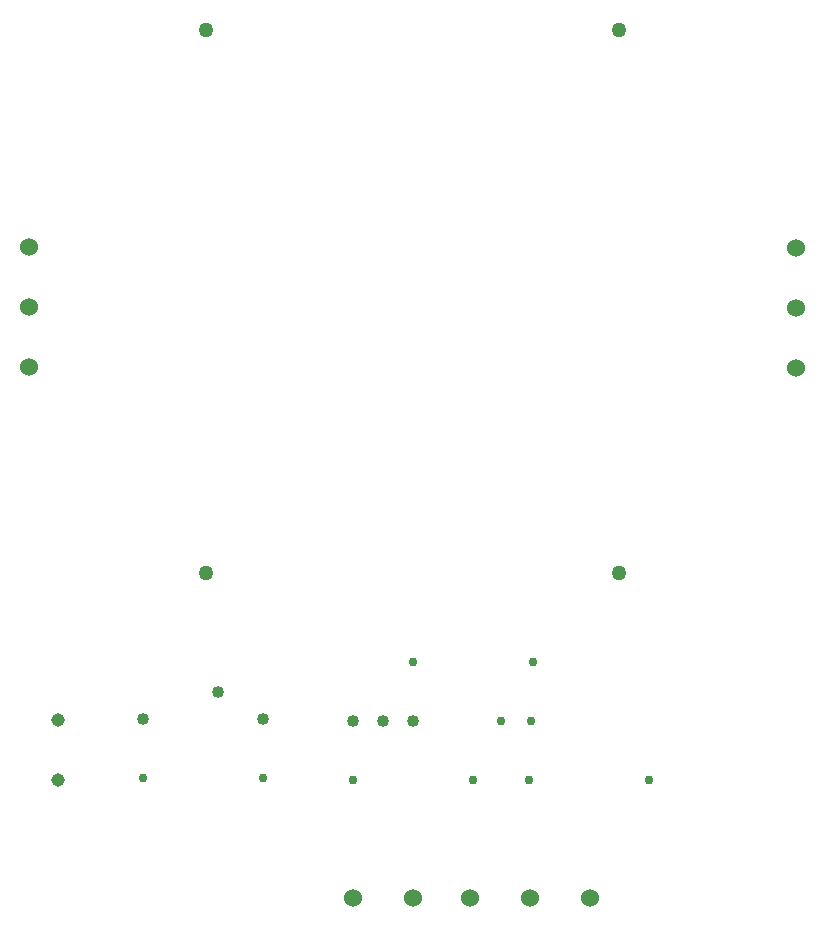
<source format=gbr>
G04 PROTEUS GERBER X2 FILE*
%TF.GenerationSoftware,Labcenter,Proteus,8.5-SP0-Build22067*%
%TF.CreationDate,2022-04-24T18:59:02+00:00*%
%TF.FileFunction,Plated,1,16,PTH*%
%TF.FilePolarity,Positive*%
%TF.Part,Single*%
%FSLAX45Y45*%
%MOMM*%
G01*
%TA.AperFunction,ComponentDrill*%
%ADD30C,1.524000*%
%ADD31C,1.016000*%
%ADD32C,0.762000*%
%ADD33C,1.143000*%
%ADD34C,1.270000*%
D30*
X+762700Y+5242000D03*
X+762700Y+5750000D03*
X+762700Y+6258000D03*
X+7262700Y+5234000D03*
X+7262700Y+5742000D03*
X+7262700Y+6250000D03*
X+4012700Y+750000D03*
X+3504700Y+750000D03*
X+4496700Y+750000D03*
X+5004700Y+750000D03*
X+5512700Y+750000D03*
D31*
X+3508700Y+2250000D03*
X+3762700Y+2250000D03*
X+4016700Y+2250000D03*
D32*
X+4528700Y+1750000D03*
X+3512700Y+1750000D03*
X+4996700Y+1750000D03*
X+6012700Y+1750000D03*
X+2746000Y+1762700D03*
X+1730000Y+1762700D03*
D31*
X+2746000Y+2262700D03*
X+1730000Y+2262700D03*
D33*
X+1012700Y+1750000D03*
X+1012700Y+2258000D03*
D32*
X+5012700Y+2250000D03*
X+4758700Y+2250000D03*
X+5028700Y+2750000D03*
X+4012700Y+2750000D03*
D34*
X+2262700Y+3500000D03*
X+5762700Y+3500000D03*
X+2262700Y+8100000D03*
X+5762700Y+8100000D03*
D31*
X+2362200Y+2489200D03*
M02*

</source>
